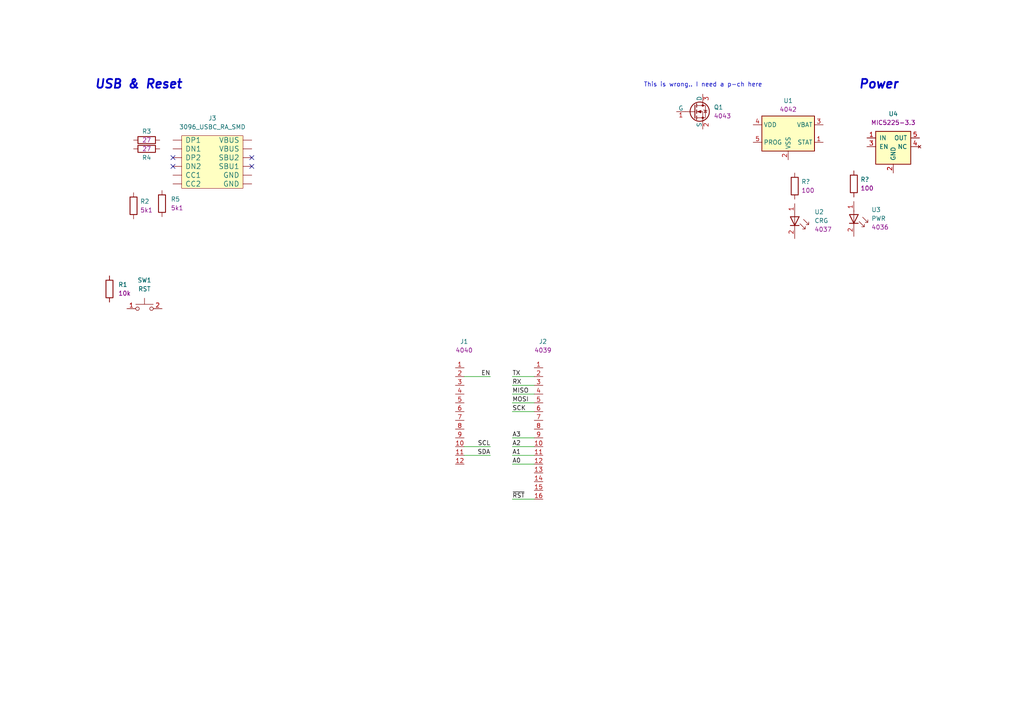
<source format=kicad_sch>
(kicad_sch (version 20211123) (generator eeschema)
  (paper "A4")
  (lib_symbols
    (symbol "Shulltronics_Connectors:3096_USBC_RA_SMD" (pin_numbers hide) (pin_names (offset 1.016))
      (property "Reference" "J" (at 0 8.89 0))
      (property "Value" "3096_USBC_RA_SMD" (at 0 -8.89 0))
      (symbol "3096_USBC_RA_SMD_1_1"
        (rectangle (start -8.89 7.62) (end 8.89 -7.62) (stroke (width 0.127)) (fill (type background)))
        (pin power_in line (at 11.43 -6.35 180) (length 2.54) (name "GND") (number "A1/B12"))
        (pin power_in line (at 11.43 3.81 180) (length 2.54) (name "VBUS") (number "A4/B9"))
        (pin bidirectional line (at -11.43 -3.81 0) (length 2.54) (name "CC1") (number "A5"))
        (pin bidirectional line (at -11.43 6.35 0) (length 2.54) (name "DP1") (number "A6"))
        (pin bidirectional line (at -11.43 3.81 0) (length 2.54) (name "DN1") (number "A7"))
        (pin bidirectional line (at 11.43 -1.27 180) (length 2.54) (name "SBU1") (number "A8"))
        (pin power_in line (at 11.43 -3.81 180) (length 2.54) (name "GND") (number "B1/A12"))
        (pin power_in line (at 11.43 6.35 180) (length 2.54) (name "VBUS") (number "B4/A9"))
        (pin bidirectional line (at -11.43 -6.35 0) (length 2.54) (name "CC2") (number "B5"))
        (pin bidirectional line (at -11.43 1.27 0) (length 2.54) (name "DP2") (number "B6"))
        (pin bidirectional line (at -11.43 -1.27 0) (length 2.54) (name "DN2") (number "B7"))
        (pin bidirectional line (at 11.43 1.27 180) (length 2.54) (name "SBU2") (number "B8"))
      )
    )
    (symbol "Shulltronics_Connectors:4039_Header_Male_Vert_16pin_0.1in" (pin_names (offset 1.016))
      (property "Reference" "J" (at -1.27 22.86 0))
      (property "SPN" "4039" (at -1.27 -21.59 0))
      (symbol "4039_Header_Male_Vert_16pin_0.1in_0_0"
        (pin passive line (at -2.54 -19.05 0) (length 2.54) (name "~") (number "1"))
      )
      (symbol "4039_Header_Male_Vert_16pin_0.1in_1_1"
        (pin passive line (at -2.54 3.81 0) (length 2.54) (name "~") (number "10"))
        (pin passive line (at -2.54 6.35 0) (length 2.54) (name "") (number "11"))
        (pin passive line (at -2.54 8.89 0) (length 2.54) (name "") (number "12"))
        (pin passive line (at -2.54 11.43 0) (length 2.54) (name "") (number "13"))
        (pin passive line (at -2.54 13.97 0) (length 2.54) (name "") (number "14"))
        (pin passive line (at -2.54 16.51 0) (length 2.54) (name "") (number "15"))
        (pin passive line (at -2.54 19.05 0) (length 2.54) (name "") (number "16"))
        (pin passive line (at -2.54 -16.51 0) (length 2.54) (name "~") (number "2"))
        (pin passive line (at -2.54 -13.97 0) (length 2.54) (name "~") (number "3"))
        (pin passive line (at -2.54 -11.43 0) (length 2.54) (name "~") (number "4"))
        (pin passive line (at -2.54 -8.89 0) (length 2.54) (name "~") (number "5"))
        (pin passive line (at -2.54 -6.35 0) (length 2.54) (name "~") (number "6"))
        (pin passive line (at -2.54 -3.81 0) (length 2.54) (name "~") (number "7"))
        (pin passive line (at -2.54 -1.27 0) (length 2.54) (name "~") (number "8"))
        (pin passive line (at -2.54 1.27 0) (length 2.54) (name "~") (number "9"))
      )
    )
    (symbol "Shulltronics_Connectors:4040_Header_Male_Vert_12pin_0.1in" (pin_names (offset 1.016))
      (property "Reference" "J" (at -1.27 22.86 0))
      (property "SPN" "4040" (at -1.27 -16.51 0))
      (symbol "4040_Header_Male_Vert_12pin_0.1in_0_0"
        (pin passive line (at -2.54 -13.97 0) (length 2.54) (name "~") (number "1"))
      )
      (symbol "4040_Header_Male_Vert_12pin_0.1in_1_1"
        (pin passive line (at -2.54 8.89 0) (length 2.54) (name "~") (number "10"))
        (pin passive line (at -2.54 11.43 0) (length 2.54) (name "") (number "11"))
        (pin passive line (at -2.54 13.97 0) (length 2.54) (name "") (number "12"))
        (pin passive line (at -2.54 -11.43 0) (length 2.54) (name "~") (number "2"))
        (pin passive line (at -2.54 -8.89 0) (length 2.54) (name "~") (number "3"))
        (pin passive line (at -2.54 -6.35 0) (length 2.54) (name "~") (number "4"))
        (pin passive line (at -2.54 -3.81 0) (length 2.54) (name "~") (number "5"))
        (pin passive line (at -2.54 -1.27 0) (length 2.54) (name "~") (number "6"))
        (pin passive line (at -2.54 1.27 0) (length 2.54) (name "~") (number "7"))
        (pin passive line (at -2.54 3.81 0) (length 2.54) (name "~") (number "8"))
        (pin passive line (at -2.54 6.35 0) (length 2.54) (name "~") (number "9"))
      )
    )
    (symbol "Shulltronics_ElectroMechanical:4012_PushButton_NO_SMD" (pin_names hide)
      (property "Reference" "SW" (at 0 -1.905 0))
      (symbol "4012_PushButton_NO_SMD_0_1"
        (circle (center -2.032 0) (radius 0.508))
        (polyline (pts (xy 0 1.27) (xy 0 3.048)))
        (polyline (pts (xy 2.54 1.27) (xy -2.54 1.27)))
        (circle (center 2.032 0) (radius 0.508))
        (pin passive line (at -5.08 0 0) (length 2.54) (name "1") (number "1"))
        (pin passive line (at 5.08 0 180) (length 2.54) (name "2") (number "2"))
      )
    )
    (symbol "Shulltronics_ICs:4042_MCP73831_Battery_Charger"
      (property "Reference" "U" (at 3.81 6.35 0))
      (property "SPN" "4042" (at -5.08 6.35 0))
      (symbol "4042_MCP73831_Battery_Charger_0_1"
        (rectangle (start -7.62 5.08) (end 7.62 -5.08) (stroke (width 0.254)) (fill (type background)))
      )
      (symbol "4042_MCP73831_Battery_Charger_1_1"
        (pin output line (at 10.16 -2.54 180) (length 2.54) (name "STAT") (number "1"))
        (pin power_in line (at 0 -7.62 90) (length 2.54) (name "VSS") (number "2"))
        (pin power_out line (at 10.16 2.54 180) (length 2.54) (name "VBAT") (number "3"))
        (pin power_in line (at -10.16 2.54 0) (length 2.54) (name "VDD") (number "4"))
        (pin input line (at -10.16 -2.54 0) (length 2.54) (name "PROG") (number "5"))
      )
    )
    (symbol "Shulltronics_Opto:4036_LED_GRN_SMD" (pin_names hide)
      (property "Reference" "U" (at 0 -2.54 0))
      (property "SPN" "4036" (at 0 -5.08 0))
      (symbol "4036_LED_GRN_SMD_0_1"
        (polyline (pts (xy 1.27 0) (xy -2.54 0)))
        (polyline (pts (xy 1.27 1.27) (xy 1.27 -1.27)) (stroke (width 0.254)))
        (polyline (pts (xy -1.27 1.27) (xy -1.27 -1.27) (xy 1.27 0) (xy -1.27 1.27)) (stroke (width 0.254)))
        (polyline (pts (xy -0.508 2.54) (xy 1.016 4.064) (xy 0.254 4.064) (xy 1.016 4.064) (xy 1.016 3.302)))
        (polyline (pts (xy 0.762 1.524) (xy 2.286 3.048) (xy 1.524 3.048) (xy 2.286 3.048) (xy 2.286 2.286)))
      )
      (symbol "4036_LED_GRN_SMD_1_1"
        (pin input line (at -5.08 0 0) (length 3.048) (name "A") (number "1"))
        (pin input line (at 5.08 0 180) (length 3.81) (name "K") (number "2"))
      )
    )
    (symbol "Shulltronics_Opto:4037_LED_YLW_SMD" (pin_names hide)
      (property "Reference" "U" (at 0 -2.54 0))
      (property "SPN" "4037" (at 0 -5.08 0))
      (symbol "4037_LED_YLW_SMD_0_1"
        (polyline (pts (xy 1.27 0) (xy -2.54 0)))
        (polyline (pts (xy 1.27 1.27) (xy 1.27 -1.27)) (stroke (width 0.254)))
        (polyline (pts (xy -1.27 1.27) (xy -1.27 -1.27) (xy 1.27 0) (xy -1.27 1.27)) (stroke (width 0.254)))
        (polyline (pts (xy -0.508 2.54) (xy 1.016 4.064) (xy 0.254 4.064) (xy 1.016 4.064) (xy 1.016 3.302)))
        (polyline (pts (xy 0.762 1.524) (xy 2.286 3.048) (xy 1.524 3.048) (xy 2.286 3.048) (xy 2.286 2.286)))
      )
      (symbol "4037_LED_YLW_SMD_1_1"
        (pin input line (at -5.08 0 0) (length 3.048) (name "A") (number "1"))
        (pin input line (at 5.08 0 180) (length 3.81) (name "K") (number "2"))
      )
    )
    (symbol "Shulltronics_Passives:4008_Resistor_SMD_10k_0.125W_1%" (pin_numbers hide) (pin_names (offset 0) hide)
      (property "Reference" "R" (at 0 0 90))
      (property "Val" "10k" (at 2.54 0 90))
      (symbol "4008_Resistor_SMD_10k_0.125W_1%_1_1"
        (rectangle (start -1.016 -2.54) (end 1.016 2.54) (stroke (width 0.254)))
        (pin passive line (at 0 3.81 270) (length 1.27) (name "~") (number "1"))
        (pin passive line (at 0 -3.81 90) (length 1.27) (name "~") (number "2"))
      )
    )
    (symbol "Shulltronics_Passives:4009_Resistor_SMD_5k1_0.10W_1%" (pin_numbers hide) (pin_names (offset 0) hide)
      (property "Reference" "R" (at 0 0 90))
      (property "Val" "5k1" (at 2.54 0 90))
      (symbol "4009_Resistor_SMD_5k1_0.10W_1%_1_1"
        (rectangle (start -1.016 -2.54) (end 1.016 2.54) (stroke (width 0.254)))
        (pin passive line (at 0 3.81 270) (length 1.27) (name "~") (number "1"))
        (pin passive line (at 0 -3.81 90) (length 1.27) (name "~") (number "2"))
      )
    )
    (symbol "Shulltronics_Passives:4011_Resistor_SMD_27_0.125W_1%" (pin_numbers hide) (pin_names (offset 0) hide)
      (property "Reference" "R" (at 0 0 90))
      (property "Val" "27" (at 2.54 0 90))
      (symbol "4011_Resistor_SMD_27_0.125W_1%_1_1"
        (rectangle (start -1.016 -2.54) (end 1.016 2.54) (stroke (width 0.254)))
        (pin passive line (at 0 3.81 270) (length 1.27) (name "~") (number "1"))
        (pin passive line (at 0 -3.81 90) (length 1.27) (name "~") (number "2"))
      )
    )
    (symbol "Shulltronics_Passives:4038_Resistor_SMD_100_0.125W_1%" (pin_numbers hide) (pin_names (offset 0) hide)
      (property "Reference" "R" (at -2.54 0 90))
      (property "Val" "100" (at 0 0 90))
      (symbol "4038_Resistor_SMD_100_0.125W_1%_1_1"
        (rectangle (start -1.016 -2.54) (end 1.016 2.54) (stroke (width 0.254)))
        (pin passive line (at 0 3.81 270) (length 1.27) (name "~") (number "1"))
        (pin passive line (at 0 -3.81 90) (length 1.27) (name "~") (number "2"))
      )
    )
    (symbol "Shulltronics_Regulators:3093_MIC5225_3v3" (pin_names (offset 1.016))
      (property "Reference" "U" (at -8.89 -3.81 0))
      (property "Val" "MIC5225-3.3" (at 0 6.35 0))
      (symbol "3093_MIC5225_3v3_1_1"
        (rectangle (start -5.08 4.445) (end 5.08 -5.08) (stroke (width 0.254)) (fill (type background)))
        (pin power_in line (at -7.62 2.54 0) (length 2.54) (name "IN") (number "1"))
        (pin power_in line (at 0 -7.62 90) (length 2.54) (name "GND") (number "2"))
        (pin input line (at -7.62 0 0) (length 2.54) (name "EN") (number "3"))
        (pin no_connect line (at 7.62 0 180) (length 2.54) (name "NC") (number "4"))
        (pin power_out line (at 7.62 2.54 180) (length 2.54) (name "OUT") (number "5"))
      )
    )
    (symbol "Shulltronics_Semiconductors:4043_DMG3414_Nch_Mosfet_SOT23-3" (pin_names (offset 0))
      (property "Reference" "Q" (at 3.81 2.54 0))
      (property "SPN" "4043" (at 5.08 -2.54 0))
      (symbol "4043_DMG3414_Nch_Mosfet_SOT23-3_0_1"
        (polyline (pts (xy -1.016 0) (xy -3.81 0)))
        (polyline (pts (xy -1.016 1.905) (xy -1.016 -1.905)) (stroke (width 0.254)))
        (polyline (pts (xy -0.508 -1.27) (xy -0.508 -2.286)) (stroke (width 0.254)))
        (polyline (pts (xy -0.508 0.508) (xy -0.508 -0.508)) (stroke (width 0.254)))
        (polyline (pts (xy -0.508 2.286) (xy -0.508 1.27)) (stroke (width 0.254)))
        (polyline (pts (xy 1.27 2.54) (xy 1.27 1.778)))
        (polyline (pts (xy 1.27 -2.54) (xy 1.27 0) (xy -0.508 0)))
        (polyline (pts (xy -0.508 -1.778) (xy 2.032 -1.778) (xy 2.032 1.778) (xy -0.508 1.778)))
        (polyline (pts (xy -0.254 0) (xy 0.762 0.381) (xy 0.762 -0.381) (xy -0.254 0)) (fill (type outline)))
        (polyline (pts (xy 1.524 0.508) (xy 1.651 0.381) (xy 2.413 0.381) (xy 2.54 0.254)))
        (polyline (pts (xy 2.032 0.381) (xy 1.651 -0.254) (xy 2.413 -0.254) (xy 2.032 0.381)))
        (circle (center 0.381 0) (radius 2.794) (stroke (width 0.254)))
        (circle (center 1.27 -1.778) (radius 0.254) (fill (type outline)))
        (circle (center 1.27 1.778) (radius 0.254) (fill (type outline)))
      )
      (symbol "4043_DMG3414_Nch_Mosfet_SOT23-3_1_1"
        (pin input line (at -6.35 0 0) (length 2.54) (name "G") (number "1"))
        (pin passive line (at 1.27 -5.08 90) (length 2.54) (name "S") (number "2"))
        (pin passive line (at 1.27 5.08 270) (length 2.54) (name "D") (number "3"))
      )
    )
  )
  (no_connect (at 50.165 45.72))
  (no_connect (at 50.165 48.26))
  (no_connect (at 73.025 45.72))
  (no_connect (at 73.025 48.26))
  (wire (pts (xy 134.62 132.08) (xy 142.24 132.08)))
  (wire (pts (xy 148.59 119.38) (xy 154.94 119.38)))
  (wire (pts (xy 134.62 129.54) (xy 142.24 129.54)))
  (wire (pts (xy 148.59 109.22) (xy 154.94 109.22)))
  (wire (pts (xy 148.59 144.78) (xy 154.94 144.78)))
  (wire (pts (xy 148.59 114.3) (xy 154.94 114.3)))
  (wire (pts (xy 148.59 116.84) (xy 154.94 116.84)))
  (wire (pts (xy 148.59 127) (xy 154.94 127)))
  (wire (pts (xy 148.59 134.62) (xy 154.94 134.62)))
  (wire (pts (xy 148.59 129.54) (xy 154.94 129.54)))
  (wire (pts (xy 148.59 132.08) (xy 154.94 132.08)))
  (wire (pts (xy 148.59 111.76) (xy 154.94 111.76)))
  (wire (pts (xy 134.62 109.22) (xy 142.24 109.22)))
  (text "USB & Reset" (at 27.305 26.035 0) (effects (font (size 2.54 2.54) bold italic) (justify left bottom)))
  (text "Power" (at 248.92 26.035 0) (effects (font (size 2.54 2.54) (thickness 0.508) bold italic) (justify left bottom)))
  (text "This is wrong.. I need a p-ch here\n" (at 186.69 25.4 0) (effects (font (size 1.27 1.27)) (justify left bottom)))
  (label "MOSI" (at 148.59 116.84 0))
  (label "SDA" (at 142.24 132.08 180))
  (label "SCL" (at 142.24 129.54 180))
  (label "A0" (at 148.59 134.62 0))
  (label "MISO" (at 148.59 114.3 0))
  (label "RX" (at 148.59 111.76 0))
  (label "A1" (at 148.59 132.08 0))
  (label "A2" (at 148.59 129.54 0))
  (label "TX" (at 148.59 109.22 0))
  (label "~{RST}" (at 148.59 144.78 0))
  (label "A3" (at 148.59 127 0))
  (label "EN" (at 142.24 109.22 180))
  (label "SCK" (at 148.59 119.38 0))
  (symbol (lib_id "Shulltronics_Regulators:3093_MIC5225_3v3") (at 259.08 42.545 0) (unit 1)
    (property "Reference" "U4" (at 259.08 33.02 0))
    (property "Value" "3093_MIC5225_3v3" (effects hide))
    (property "Footprint" "Shulltronics_Regulators:3093_MIC5225_3v3_LDO" (effects hide))
    (property "Datasheet" "https://ww1.microchip.com/downloads/en/DeviceDoc/mic5225.pdf" (effects hide))
    (property "SPN" "3093" (effects hide))
    (property "Val" "MIC5225-3.3" (at 259.08 35.56 0))
  )
  (symbol (lib_id "Shulltronics_Passives:4038_Resistor_SMD_100_0.125W_1%") (at 247.65 53.34 0) (unit 1)
    (property "Reference" "R?" (at 249.555 52.0699 0) (effects (justify left)))
    (property "Value" "4038_Resistor_SMD_100_0.125W_1%" (effects hide))
    (property "Footprint" "Shulltronics_Generics:RES-0402" (effects hide))
    (property "Datasheet" "https://www.te.com/commerce/DocumentDelivery/DDEController?Action=srchrtrv&DocNm=9-1773463-9&DocType=DS&DocLang=English" (effects hide))
    (property "SPN" "4038" (effects hide))
    (property "Val" "100" (at 249.555 54.6099 0) (effects (justify left)))
  )
  (symbol (lib_id "Shulltronics_Opto:4036_LED_GRN_SMD") (at 247.65 63.5 270) (unit 1)
    (property "Reference" "U3" (at 252.73 60.8329 90) (effects (justify left)))
    (property "Value" "PWR" (at 252.73 63.3729 90) (effects (justify left)))
    (property "Footprint" "Shulltronics_Generics:LED_0402" (effects hide))
    (property "Datasheet" "https://docs.broadcom.com/doc/AV02-0602EN" (effects hide))
    (property "SPN" "4036" (at 252.73 65.9129 90) (effects (justify left)))
  )
  (symbol (lib_id "Shulltronics_Passives:4008_Resistor_SMD_10k_0.125W_1%") (at 31.75 83.82 0) (unit 1)
    (property "Reference" "R1" (at 34.29 82.5499 0) (effects (justify left)))
    (property "Value" "4008_Resistor_SMD_10k_0.125W_1%" (effects hide))
    (property "Footprint" "Shulltronics_Generics:RES-0402" (effects hide))
    (property "Datasheet" "https://www.te.com/commerce/DocumentDelivery/DDEController?Action=srchrtrv&DocNm=9-1773463-9&DocType=DS&DocLang=English" (effects hide))
    (property "SPN" "4008" (effects hide))
    (property "Val" "10k" (at 34.29 85.0899 0) (effects (justify left)))
  )
  (symbol (lib_id "Shulltronics_ElectroMechanical:4012_PushButton_NO_SMD") (at 41.91 89.535 0) (unit 1)
    (property "Reference" "SW1" (at 41.91 81.28 0))
    (property "Value" "RST" (at 41.91 83.82 0))
    (property "Footprint" "Shulltronics_ElectroMechanical:4012_PushButton_NO_SMD" (effects hide))
    (property "Datasheet" "https://www.we-online.com/catalog/datasheet/434133025816.pdf" (effects hide))
    (property "SPN" "4012" (effects hide))
  )
  (symbol (lib_id "Shulltronics_ICs:4042_MCP73831_Battery_Charger") (at 228.6 38.735 0) (unit 1)
    (property "Reference" "U1" (at 228.6 29.21 0))
    (property "Value" "4042_MCP73831_Battery_Charger" (effects hide))
    (property "Footprint" "Shulltronics_Generics:SOT-23-5" (effects hide))
    (property "Datasheet" "https://ww1.microchip.com/downloads/en/DeviceDoc/MCP73831-Family-Data-Sheet-DS20001984H.pdf" (effects hide))
    (property "SPN" "4042" (at 228.6 31.75 0))
  )
  (symbol (lib_id "Shulltronics_Passives:4011_Resistor_SMD_27_0.125W_1%") (at 42.545 40.64 90) (unit 1)
    (property "Reference" "R3" (at 42.545 38.1 90))
    (property "Value" "4011_Resistor_SMD_27_0.125W_1%" (effects hide))
    (property "Footprint" "Shulltronics_Generics:RES-0402" (effects hide))
    (property "Datasheet" "https://www.te.com/commerce/DocumentDelivery/DDEController?Action=srchrtrv&DocNm=9-1773463-9&DocType=DS&DocLang=English" (effects hide))
    (property "SPN" "4011" (effects hide))
    (property "Val" "27" (at 42.545 40.64 90))
  )
  (symbol (lib_id "Shulltronics_Connectors:3096_USBC_RA_SMD") (at 61.595 46.99 0) (unit 1)
    (property "Reference" "J3" (at 61.595 34.29 0))
    (property "Value" "3096_USBC_RA_SMD" (at 61.595 36.83 0))
    (property "Footprint" "Shulltronics_Connectors:3096_USBC_RA" (effects hide))
    (property "Datasheet" "https://www.molex.com/pdm_docs/sd/2171790001_sd.pdf" (effects hide))
    (property "SPN" "3096" (effects hide))
  )
  (symbol (lib_id "Shulltronics_Passives:4009_Resistor_SMD_5k1_0.10W_1%") (at 38.735 59.69 0) (unit 1)
    (property "Reference" "R2" (at 40.64 58.4199 0) (effects (justify left)))
    (property "Value" "4009_Resistor_SMD_5k1_0.10W_1%" (effects hide))
    (property "Footprint" "Shulltronics_Generics:RES-0402" (effects hide))
    (property "Datasheet" "https://industrial.panasonic.com/cdbs/www-data/pdf/RDA0000/AOA0000C304.pdf" (effects hide))
    (property "SPN" "4009" (effects hide))
    (property "Val" "5k1" (at 40.64 60.9599 0) (effects (justify left)))
  )
  (symbol (lib_id "Shulltronics_Connectors:4039_Header_Male_Vert_16pin_0.1in") (at 157.48 125.73 0) (mirror x) (unit 1)
    (property "Reference" "J2" (at 157.48 99.06 0))
    (property "Value" "4039_Header_Male_Vert_16pin_0.1in" (effects hide))
    (property "Footprint" "Shulltronics_Connectors:4039_Header_16pos_2.54mm" (effects hide))
    (property "Datasheet" "https://www.we-online.com/katalog/datasheet/6130xx11121.pdf" (effects hide))
    (property "SPN" "4039" (at 157.48 101.6 0))
  )
  (symbol (lib_id "Shulltronics_Opto:4037_LED_YLW_SMD") (at 230.505 64.135 270) (unit 1)
    (property "Reference" "U2" (at 236.22 61.4679 90) (effects (justify left)))
    (property "Value" "CRG" (at 236.22 64.0079 90) (effects (justify left)))
    (property "Footprint" "Shulltronics_Generics:LED_0402" (effects hide))
    (property "Datasheet" "https://docs.broadcom.com/doc/AV02-0602EN" (effects hide))
    (property "SPN" "4037" (at 236.22 66.5479 90) (effects (justify left)))
  )
  (symbol (lib_id "Shulltronics_Passives:4009_Resistor_SMD_5k1_0.10W_1%") (at 46.99 59.055 0) (unit 1)
    (property "Reference" "R5" (at 49.53 57.7849 0) (effects (justify left)))
    (property "Value" "4009_Resistor_SMD_5k1_0.10W_1%" (effects hide))
    (property "Footprint" "Shulltronics_Generics:RES-0402" (effects hide))
    (property "Datasheet" "https://industrial.panasonic.com/cdbs/www-data/pdf/RDA0000/AOA0000C304.pdf" (effects hide))
    (property "SPN" "4009" (effects hide))
    (property "Val" "5k1" (at 49.53 60.3249 0) (effects (justify left)))
  )
  (symbol (lib_id "Shulltronics_Connectors:4040_Header_Male_Vert_12pin_0.1in") (at 132.08 120.65 180) (unit 1)
    (property "Reference" "J1" (at 134.62 99.06 0))
    (property "Value" "4040_Header_Male_Vert_12pin_0.1in" (effects hide))
    (property "Footprint" "Shulltronics_Connectors:4040_Header_12pos_2.54mm" (effects hide))
    (property "Datasheet" "https://www.we-online.com/katalog/datasheet/6130xx11121.pdf" (effects hide))
    (property "SPN" "4040" (at 134.62 101.6 0))
  )
  (symbol (lib_id "Shulltronics_Passives:4038_Resistor_SMD_100_0.125W_1%") (at 230.505 53.975 0) (unit 1)
    (property "Reference" "R?" (at 232.41 52.7049 0) (effects (justify left)))
    (property "Value" "4038_Resistor_SMD_100_0.125W_1%" (effects hide))
    (property "Footprint" "Shulltronics_Generics:RES-0402" (effects hide))
    (property "Datasheet" "https://www.te.com/commerce/DocumentDelivery/DDEController?Action=srchrtrv&DocNm=9-1773463-9&DocType=DS&DocLang=English" (effects hide))
    (property "SPN" "4038" (effects hide))
    (property "Val" "100" (at 232.41 55.2449 0) (effects (justify left)))
  )
  (symbol (lib_id "Shulltronics_Semiconductors:4043_DMG3414_Nch_Mosfet_SOT23-3") (at 202.565 32.385 0) (unit 1)
    (property "Reference" "Q1" (at 207.01 31.1149 0) (effects (justify left)))
    (property "Value" "4043_DMG3414_Nch_Mosfet_SOT23-3" (effects hide))
    (property "Footprint" "Shulltronics_Generics:SOT-23-3" (effects hide))
    (property "Datasheet" "https://www.diodes.com/assets/Datasheets/DMG3414U.pdf" (effects hide))
    (property "SPN" "4043" (at 207.01 33.6549 0) (effects (justify left)))
  )
  (symbol (lib_id "Shulltronics_Passives:4011_Resistor_SMD_27_0.125W_1%") (at 42.545 43.18 90) (unit 1)
    (property "Reference" "R4" (at 42.545 45.72 90))
    (property "Value" "4011_Resistor_SMD_27_0.125W_1%" (effects hide))
    (property "Footprint" "Shulltronics_Generics:RES-0402" (effects hide))
    (property "Datasheet" "https://www.te.com/commerce/DocumentDelivery/DDEController?Action=srchrtrv&DocNm=9-1773463-9&DocType=DS&DocLang=English" (effects hide))
    (property "SPN" "4011" (effects hide))
    (property "Val" "27" (at 42.545 43.18 90))
  )
)
</source>
